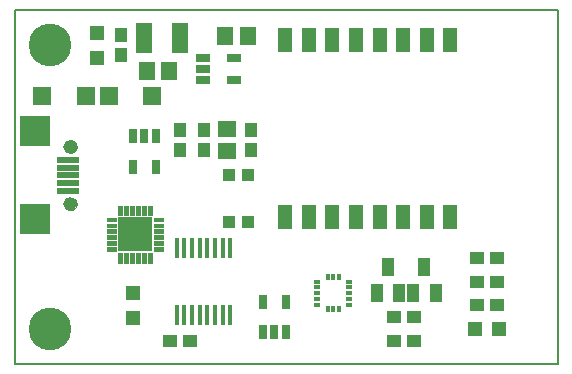
<source format=gts>
G75*
%MOIN*%
%OFA0B0*%
%FSLAX25Y25*%
%IPPOS*%
%LPD*%
%AMOC8*
5,1,8,0,0,1.08239X$1,22.5*
%
%ADD10C,0.00600*%
%ADD11R,0.06306X0.05518*%
%ADD12R,0.05518X0.06306*%
%ADD13R,0.05912X0.05912*%
%ADD14R,0.11419X0.11419*%
%ADD15C,0.00316*%
%ADD16C,0.01261*%
%ADD17R,0.02565X0.05124*%
%ADD18R,0.05124X0.05124*%
%ADD19R,0.04337X0.04731*%
%ADD20R,0.04731X0.04337*%
%ADD21R,0.04337X0.05912*%
%ADD22R,0.02369X0.01384*%
%ADD23R,0.01384X0.02369*%
%ADD24R,0.05124X0.02565*%
%ADD25R,0.05124X0.08274*%
%ADD26R,0.02762X0.05124*%
%ADD27R,0.01778X0.06699*%
%ADD28R,0.07290X0.01975*%
%ADD29R,0.10400X0.10400*%
%ADD30C,0.00000*%
%ADD31C,0.04534*%
%ADD32R,0.04337X0.04337*%
%ADD33C,0.14243*%
%ADD34R,0.05400X0.10400*%
D10*
X0021728Y0020744D02*
X0202831Y0020744D01*
X0202831Y0138854D01*
X0021728Y0138854D01*
X0021728Y0020744D01*
D11*
X0092594Y0091807D03*
X0092594Y0099287D03*
D12*
X0073264Y0118382D03*
X0065783Y0118382D03*
X0091965Y0130193D03*
X0099445Y0130193D03*
D13*
X0067673Y0110193D03*
X0053106Y0110193D03*
X0045429Y0110193D03*
X0030862Y0110193D03*
D14*
X0061885Y0064052D03*
D15*
X0055629Y0064403D02*
X0052395Y0064403D01*
X0052395Y0065667D01*
X0055629Y0065667D01*
X0055629Y0064403D01*
X0055629Y0064718D02*
X0052395Y0064718D01*
X0052395Y0065033D02*
X0055629Y0065033D01*
X0055629Y0065348D02*
X0052395Y0065348D01*
X0052395Y0065663D02*
X0055629Y0065663D01*
X0055629Y0066372D02*
X0052395Y0066372D01*
X0052395Y0067636D01*
X0055629Y0067636D01*
X0055629Y0066372D01*
X0055629Y0066687D02*
X0052395Y0066687D01*
X0052395Y0067002D02*
X0055629Y0067002D01*
X0055629Y0067317D02*
X0052395Y0067317D01*
X0052395Y0067632D02*
X0055629Y0067632D01*
X0055629Y0068340D02*
X0052395Y0068340D01*
X0052395Y0069604D01*
X0055629Y0069604D01*
X0055629Y0068340D01*
X0055629Y0068655D02*
X0052395Y0068655D01*
X0052395Y0068970D02*
X0055629Y0068970D01*
X0055629Y0069285D02*
X0052395Y0069285D01*
X0052395Y0069600D02*
X0055629Y0069600D01*
X0057597Y0070308D02*
X0057597Y0073542D01*
X0057597Y0070308D02*
X0056333Y0070308D01*
X0056333Y0073542D01*
X0057597Y0073542D01*
X0057597Y0070623D02*
X0056333Y0070623D01*
X0056333Y0070938D02*
X0057597Y0070938D01*
X0057597Y0071253D02*
X0056333Y0071253D01*
X0056333Y0071568D02*
X0057597Y0071568D01*
X0057597Y0071883D02*
X0056333Y0071883D01*
X0056333Y0072198D02*
X0057597Y0072198D01*
X0057597Y0072513D02*
X0056333Y0072513D01*
X0056333Y0072828D02*
X0057597Y0072828D01*
X0057597Y0073143D02*
X0056333Y0073143D01*
X0056333Y0073458D02*
X0057597Y0073458D01*
X0059565Y0073542D02*
X0059565Y0070308D01*
X0058301Y0070308D01*
X0058301Y0073542D01*
X0059565Y0073542D01*
X0059565Y0070623D02*
X0058301Y0070623D01*
X0058301Y0070938D02*
X0059565Y0070938D01*
X0059565Y0071253D02*
X0058301Y0071253D01*
X0058301Y0071568D02*
X0059565Y0071568D01*
X0059565Y0071883D02*
X0058301Y0071883D01*
X0058301Y0072198D02*
X0059565Y0072198D01*
X0059565Y0072513D02*
X0058301Y0072513D01*
X0058301Y0072828D02*
X0059565Y0072828D01*
X0059565Y0073143D02*
X0058301Y0073143D01*
X0058301Y0073458D02*
X0059565Y0073458D01*
X0061534Y0073542D02*
X0061534Y0070308D01*
X0060270Y0070308D01*
X0060270Y0073542D01*
X0061534Y0073542D01*
X0061534Y0070623D02*
X0060270Y0070623D01*
X0060270Y0070938D02*
X0061534Y0070938D01*
X0061534Y0071253D02*
X0060270Y0071253D01*
X0060270Y0071568D02*
X0061534Y0071568D01*
X0061534Y0071883D02*
X0060270Y0071883D01*
X0060270Y0072198D02*
X0061534Y0072198D01*
X0061534Y0072513D02*
X0060270Y0072513D01*
X0060270Y0072828D02*
X0061534Y0072828D01*
X0061534Y0073143D02*
X0060270Y0073143D01*
X0060270Y0073458D02*
X0061534Y0073458D01*
X0063502Y0073542D02*
X0063502Y0070308D01*
X0062238Y0070308D01*
X0062238Y0073542D01*
X0063502Y0073542D01*
X0063502Y0070623D02*
X0062238Y0070623D01*
X0062238Y0070938D02*
X0063502Y0070938D01*
X0063502Y0071253D02*
X0062238Y0071253D01*
X0062238Y0071568D02*
X0063502Y0071568D01*
X0063502Y0071883D02*
X0062238Y0071883D01*
X0062238Y0072198D02*
X0063502Y0072198D01*
X0063502Y0072513D02*
X0062238Y0072513D01*
X0062238Y0072828D02*
X0063502Y0072828D01*
X0063502Y0073143D02*
X0062238Y0073143D01*
X0062238Y0073458D02*
X0063502Y0073458D01*
X0065471Y0073542D02*
X0065471Y0070308D01*
X0064207Y0070308D01*
X0064207Y0073542D01*
X0065471Y0073542D01*
X0065471Y0070623D02*
X0064207Y0070623D01*
X0064207Y0070938D02*
X0065471Y0070938D01*
X0065471Y0071253D02*
X0064207Y0071253D01*
X0064207Y0071568D02*
X0065471Y0071568D01*
X0065471Y0071883D02*
X0064207Y0071883D01*
X0064207Y0072198D02*
X0065471Y0072198D01*
X0065471Y0072513D02*
X0064207Y0072513D01*
X0064207Y0072828D02*
X0065471Y0072828D01*
X0065471Y0073143D02*
X0064207Y0073143D01*
X0064207Y0073458D02*
X0065471Y0073458D01*
X0067439Y0073542D02*
X0067439Y0070308D01*
X0066175Y0070308D01*
X0066175Y0073542D01*
X0067439Y0073542D01*
X0067439Y0070623D02*
X0066175Y0070623D01*
X0066175Y0070938D02*
X0067439Y0070938D01*
X0067439Y0071253D02*
X0066175Y0071253D01*
X0066175Y0071568D02*
X0067439Y0071568D01*
X0067439Y0071883D02*
X0066175Y0071883D01*
X0066175Y0072198D02*
X0067439Y0072198D01*
X0067439Y0072513D02*
X0066175Y0072513D01*
X0066175Y0072828D02*
X0067439Y0072828D01*
X0067439Y0073143D02*
X0066175Y0073143D01*
X0066175Y0073458D02*
X0067439Y0073458D01*
X0068143Y0069604D02*
X0071377Y0069604D01*
X0071377Y0068340D01*
X0068143Y0068340D01*
X0068143Y0069604D01*
X0068143Y0068655D02*
X0071377Y0068655D01*
X0071377Y0068970D02*
X0068143Y0068970D01*
X0068143Y0069285D02*
X0071377Y0069285D01*
X0071377Y0069600D02*
X0068143Y0069600D01*
X0068143Y0067636D02*
X0071377Y0067636D01*
X0071377Y0066372D01*
X0068143Y0066372D01*
X0068143Y0067636D01*
X0068143Y0066687D02*
X0071377Y0066687D01*
X0071377Y0067002D02*
X0068143Y0067002D01*
X0068143Y0067317D02*
X0071377Y0067317D01*
X0071377Y0067632D02*
X0068143Y0067632D01*
X0068143Y0065667D02*
X0071377Y0065667D01*
X0071377Y0064403D01*
X0068143Y0064403D01*
X0068143Y0065667D01*
X0068143Y0064718D02*
X0071377Y0064718D01*
X0071377Y0065033D02*
X0068143Y0065033D01*
X0068143Y0065348D02*
X0071377Y0065348D01*
X0071377Y0065663D02*
X0068143Y0065663D01*
X0068143Y0063699D02*
X0071377Y0063699D01*
X0071377Y0062435D01*
X0068143Y0062435D01*
X0068143Y0063699D01*
X0068143Y0062750D02*
X0071377Y0062750D01*
X0071377Y0063065D02*
X0068143Y0063065D01*
X0068143Y0063380D02*
X0071377Y0063380D01*
X0071377Y0063695D02*
X0068143Y0063695D01*
X0068143Y0061730D02*
X0071377Y0061730D01*
X0071377Y0060466D01*
X0068143Y0060466D01*
X0068143Y0061730D01*
X0068143Y0060781D02*
X0071377Y0060781D01*
X0071377Y0061096D02*
X0068143Y0061096D01*
X0068143Y0061411D02*
X0071377Y0061411D01*
X0071377Y0061726D02*
X0068143Y0061726D01*
X0068143Y0059762D02*
X0071377Y0059762D01*
X0071377Y0058498D01*
X0068143Y0058498D01*
X0068143Y0059762D01*
X0068143Y0058813D02*
X0071377Y0058813D01*
X0071377Y0059128D02*
X0068143Y0059128D01*
X0068143Y0059443D02*
X0071377Y0059443D01*
X0071377Y0059758D02*
X0068143Y0059758D01*
X0066175Y0057794D02*
X0066175Y0054560D01*
X0066175Y0057794D02*
X0067439Y0057794D01*
X0067439Y0054560D01*
X0066175Y0054560D01*
X0066175Y0054875D02*
X0067439Y0054875D01*
X0067439Y0055190D02*
X0066175Y0055190D01*
X0066175Y0055505D02*
X0067439Y0055505D01*
X0067439Y0055820D02*
X0066175Y0055820D01*
X0066175Y0056135D02*
X0067439Y0056135D01*
X0067439Y0056450D02*
X0066175Y0056450D01*
X0066175Y0056765D02*
X0067439Y0056765D01*
X0067439Y0057080D02*
X0066175Y0057080D01*
X0066175Y0057395D02*
X0067439Y0057395D01*
X0067439Y0057710D02*
X0066175Y0057710D01*
X0064207Y0057794D02*
X0064207Y0054560D01*
X0064207Y0057794D02*
X0065471Y0057794D01*
X0065471Y0054560D01*
X0064207Y0054560D01*
X0064207Y0054875D02*
X0065471Y0054875D01*
X0065471Y0055190D02*
X0064207Y0055190D01*
X0064207Y0055505D02*
X0065471Y0055505D01*
X0065471Y0055820D02*
X0064207Y0055820D01*
X0064207Y0056135D02*
X0065471Y0056135D01*
X0065471Y0056450D02*
X0064207Y0056450D01*
X0064207Y0056765D02*
X0065471Y0056765D01*
X0065471Y0057080D02*
X0064207Y0057080D01*
X0064207Y0057395D02*
X0065471Y0057395D01*
X0065471Y0057710D02*
X0064207Y0057710D01*
X0062238Y0057794D02*
X0062238Y0054560D01*
X0062238Y0057794D02*
X0063502Y0057794D01*
X0063502Y0054560D01*
X0062238Y0054560D01*
X0062238Y0054875D02*
X0063502Y0054875D01*
X0063502Y0055190D02*
X0062238Y0055190D01*
X0062238Y0055505D02*
X0063502Y0055505D01*
X0063502Y0055820D02*
X0062238Y0055820D01*
X0062238Y0056135D02*
X0063502Y0056135D01*
X0063502Y0056450D02*
X0062238Y0056450D01*
X0062238Y0056765D02*
X0063502Y0056765D01*
X0063502Y0057080D02*
X0062238Y0057080D01*
X0062238Y0057395D02*
X0063502Y0057395D01*
X0063502Y0057710D02*
X0062238Y0057710D01*
X0060270Y0057794D02*
X0060270Y0054560D01*
X0060270Y0057794D02*
X0061534Y0057794D01*
X0061534Y0054560D01*
X0060270Y0054560D01*
X0060270Y0054875D02*
X0061534Y0054875D01*
X0061534Y0055190D02*
X0060270Y0055190D01*
X0060270Y0055505D02*
X0061534Y0055505D01*
X0061534Y0055820D02*
X0060270Y0055820D01*
X0060270Y0056135D02*
X0061534Y0056135D01*
X0061534Y0056450D02*
X0060270Y0056450D01*
X0060270Y0056765D02*
X0061534Y0056765D01*
X0061534Y0057080D02*
X0060270Y0057080D01*
X0060270Y0057395D02*
X0061534Y0057395D01*
X0061534Y0057710D02*
X0060270Y0057710D01*
X0058301Y0057794D02*
X0058301Y0054560D01*
X0058301Y0057794D02*
X0059565Y0057794D01*
X0059565Y0054560D01*
X0058301Y0054560D01*
X0058301Y0054875D02*
X0059565Y0054875D01*
X0059565Y0055190D02*
X0058301Y0055190D01*
X0058301Y0055505D02*
X0059565Y0055505D01*
X0059565Y0055820D02*
X0058301Y0055820D01*
X0058301Y0056135D02*
X0059565Y0056135D01*
X0059565Y0056450D02*
X0058301Y0056450D01*
X0058301Y0056765D02*
X0059565Y0056765D01*
X0059565Y0057080D02*
X0058301Y0057080D01*
X0058301Y0057395D02*
X0059565Y0057395D01*
X0059565Y0057710D02*
X0058301Y0057710D01*
X0056333Y0057794D02*
X0056333Y0054560D01*
X0056333Y0057794D02*
X0057597Y0057794D01*
X0057597Y0054560D01*
X0056333Y0054560D01*
X0056333Y0054875D02*
X0057597Y0054875D01*
X0057597Y0055190D02*
X0056333Y0055190D01*
X0056333Y0055505D02*
X0057597Y0055505D01*
X0057597Y0055820D02*
X0056333Y0055820D01*
X0056333Y0056135D02*
X0057597Y0056135D01*
X0057597Y0056450D02*
X0056333Y0056450D01*
X0056333Y0056765D02*
X0057597Y0056765D01*
X0057597Y0057080D02*
X0056333Y0057080D01*
X0056333Y0057395D02*
X0057597Y0057395D01*
X0057597Y0057710D02*
X0056333Y0057710D01*
X0055629Y0058498D02*
X0052395Y0058498D01*
X0052395Y0059762D01*
X0055629Y0059762D01*
X0055629Y0058498D01*
X0055629Y0058813D02*
X0052395Y0058813D01*
X0052395Y0059128D02*
X0055629Y0059128D01*
X0055629Y0059443D02*
X0052395Y0059443D01*
X0052395Y0059758D02*
X0055629Y0059758D01*
X0055629Y0060466D02*
X0052395Y0060466D01*
X0052395Y0061730D01*
X0055629Y0061730D01*
X0055629Y0060466D01*
X0055629Y0060781D02*
X0052395Y0060781D01*
X0052395Y0061096D02*
X0055629Y0061096D01*
X0055629Y0061411D02*
X0052395Y0061411D01*
X0052395Y0061726D02*
X0055629Y0061726D01*
X0055629Y0062435D02*
X0052395Y0062435D01*
X0052395Y0063699D01*
X0055629Y0063699D01*
X0055629Y0062435D01*
X0055629Y0062750D02*
X0052395Y0062750D01*
X0052395Y0063065D02*
X0055629Y0063065D01*
X0055629Y0063380D02*
X0052395Y0063380D01*
X0052395Y0063695D02*
X0055629Y0063695D01*
D16*
X0059363Y0061528D02*
X0059363Y0066574D01*
X0064409Y0066574D01*
X0064409Y0061528D01*
X0059363Y0061528D01*
X0059363Y0062788D02*
X0064409Y0062788D01*
X0064409Y0064048D02*
X0059363Y0064048D01*
X0059363Y0065308D02*
X0064409Y0065308D01*
X0064409Y0066568D02*
X0059363Y0066568D01*
D17*
X0061295Y0086492D03*
X0068776Y0086492D03*
X0068776Y0096728D03*
X0065035Y0096728D03*
X0061295Y0096728D03*
D18*
X0049287Y0122909D03*
X0049287Y0131177D03*
X0061098Y0044563D03*
X0061098Y0036295D03*
X0175075Y0032555D03*
X0183343Y0032555D03*
D19*
X0100469Y0092201D03*
X0100469Y0098894D03*
X0084720Y0098894D03*
X0076846Y0098894D03*
X0076846Y0092201D03*
X0084720Y0092201D03*
X0057161Y0123697D03*
X0057161Y0130390D03*
D20*
X0175862Y0056177D03*
X0182555Y0056177D03*
X0182555Y0048303D03*
X0175862Y0048303D03*
X0175862Y0040429D03*
X0182555Y0040429D03*
X0154996Y0036492D03*
X0148303Y0036492D03*
X0148303Y0028618D03*
X0154996Y0028618D03*
X0080193Y0028618D03*
X0073500Y0028618D03*
D21*
X0142516Y0044366D03*
X0149996Y0044366D03*
X0154642Y0044366D03*
X0162122Y0044366D03*
X0158382Y0053028D03*
X0146256Y0053028D03*
D22*
X0133343Y0048303D03*
X0133343Y0046335D03*
X0133343Y0044366D03*
X0133343Y0042398D03*
X0133343Y0040429D03*
X0122713Y0040429D03*
X0122713Y0042398D03*
X0122713Y0044366D03*
X0122713Y0046335D03*
X0122713Y0048303D03*
D23*
X0126059Y0049681D03*
X0128028Y0049681D03*
X0129996Y0049681D03*
X0129996Y0039051D03*
X0128028Y0039051D03*
X0126059Y0039051D03*
D24*
X0094760Y0115390D03*
X0094760Y0122870D03*
X0084523Y0122870D03*
X0084523Y0119130D03*
X0084523Y0115390D03*
D25*
X0111925Y0128894D03*
X0119799Y0128894D03*
X0127673Y0128894D03*
X0135547Y0128894D03*
X0143421Y0128894D03*
X0151295Y0128894D03*
X0159169Y0128894D03*
X0167043Y0128894D03*
X0167043Y0069839D03*
X0159169Y0069839D03*
X0151295Y0069839D03*
X0143421Y0069839D03*
X0135547Y0069839D03*
X0127673Y0069839D03*
X0119799Y0069839D03*
X0111925Y0069839D03*
D26*
X0112083Y0041634D03*
X0104602Y0041634D03*
X0104602Y0031350D03*
X0108343Y0031350D03*
X0112083Y0031350D03*
D27*
X0093677Y0037280D03*
X0091118Y0037280D03*
X0088559Y0037280D03*
X0086000Y0037280D03*
X0083441Y0037280D03*
X0080882Y0037280D03*
X0078323Y0037280D03*
X0075764Y0037280D03*
X0075764Y0059327D03*
X0078323Y0059327D03*
X0080882Y0059327D03*
X0083441Y0059327D03*
X0086000Y0059327D03*
X0088559Y0059327D03*
X0091118Y0059327D03*
X0093677Y0059327D03*
D28*
X0039543Y0078618D03*
X0039543Y0081177D03*
X0039543Y0083736D03*
X0039543Y0086295D03*
X0039543Y0088854D03*
D29*
X0028421Y0098402D03*
X0028421Y0069071D03*
D30*
X0038283Y0074189D02*
X0038285Y0074280D01*
X0038291Y0074370D01*
X0038301Y0074461D01*
X0038315Y0074550D01*
X0038333Y0074639D01*
X0038354Y0074728D01*
X0038380Y0074815D01*
X0038409Y0074901D01*
X0038443Y0074985D01*
X0038479Y0075068D01*
X0038520Y0075150D01*
X0038564Y0075229D01*
X0038611Y0075307D01*
X0038662Y0075382D01*
X0038716Y0075455D01*
X0038773Y0075525D01*
X0038833Y0075593D01*
X0038896Y0075659D01*
X0038962Y0075721D01*
X0039031Y0075780D01*
X0039102Y0075837D01*
X0039176Y0075890D01*
X0039252Y0075940D01*
X0039330Y0075987D01*
X0039410Y0076030D01*
X0039491Y0076069D01*
X0039575Y0076105D01*
X0039660Y0076137D01*
X0039746Y0076166D01*
X0039833Y0076190D01*
X0039922Y0076211D01*
X0040011Y0076228D01*
X0040101Y0076241D01*
X0040191Y0076250D01*
X0040282Y0076255D01*
X0040373Y0076256D01*
X0040463Y0076253D01*
X0040554Y0076246D01*
X0040644Y0076235D01*
X0040734Y0076220D01*
X0040823Y0076201D01*
X0040911Y0076179D01*
X0040997Y0076152D01*
X0041083Y0076122D01*
X0041167Y0076088D01*
X0041250Y0076050D01*
X0041331Y0076009D01*
X0041410Y0075964D01*
X0041487Y0075915D01*
X0041561Y0075864D01*
X0041634Y0075809D01*
X0041704Y0075751D01*
X0041771Y0075690D01*
X0041835Y0075626D01*
X0041897Y0075560D01*
X0041956Y0075490D01*
X0042011Y0075419D01*
X0042064Y0075344D01*
X0042113Y0075268D01*
X0042159Y0075190D01*
X0042201Y0075109D01*
X0042240Y0075027D01*
X0042275Y0074943D01*
X0042306Y0074858D01*
X0042333Y0074771D01*
X0042357Y0074684D01*
X0042377Y0074595D01*
X0042393Y0074506D01*
X0042405Y0074416D01*
X0042413Y0074325D01*
X0042417Y0074234D01*
X0042417Y0074144D01*
X0042413Y0074053D01*
X0042405Y0073962D01*
X0042393Y0073872D01*
X0042377Y0073783D01*
X0042357Y0073694D01*
X0042333Y0073607D01*
X0042306Y0073520D01*
X0042275Y0073435D01*
X0042240Y0073351D01*
X0042201Y0073269D01*
X0042159Y0073188D01*
X0042113Y0073110D01*
X0042064Y0073034D01*
X0042011Y0072959D01*
X0041956Y0072888D01*
X0041897Y0072818D01*
X0041835Y0072752D01*
X0041771Y0072688D01*
X0041704Y0072627D01*
X0041634Y0072569D01*
X0041561Y0072514D01*
X0041487Y0072463D01*
X0041410Y0072414D01*
X0041331Y0072369D01*
X0041250Y0072328D01*
X0041167Y0072290D01*
X0041083Y0072256D01*
X0040997Y0072226D01*
X0040911Y0072199D01*
X0040823Y0072177D01*
X0040734Y0072158D01*
X0040644Y0072143D01*
X0040554Y0072132D01*
X0040463Y0072125D01*
X0040373Y0072122D01*
X0040282Y0072123D01*
X0040191Y0072128D01*
X0040101Y0072137D01*
X0040011Y0072150D01*
X0039922Y0072167D01*
X0039833Y0072188D01*
X0039746Y0072212D01*
X0039660Y0072241D01*
X0039575Y0072273D01*
X0039491Y0072309D01*
X0039410Y0072348D01*
X0039330Y0072391D01*
X0039252Y0072438D01*
X0039176Y0072488D01*
X0039102Y0072541D01*
X0039031Y0072598D01*
X0038962Y0072657D01*
X0038896Y0072719D01*
X0038833Y0072785D01*
X0038773Y0072853D01*
X0038716Y0072923D01*
X0038662Y0072996D01*
X0038611Y0073071D01*
X0038564Y0073149D01*
X0038520Y0073228D01*
X0038479Y0073310D01*
X0038443Y0073393D01*
X0038409Y0073477D01*
X0038380Y0073563D01*
X0038354Y0073650D01*
X0038333Y0073739D01*
X0038315Y0073828D01*
X0038301Y0073917D01*
X0038291Y0074008D01*
X0038285Y0074098D01*
X0038283Y0074189D01*
X0038283Y0093283D02*
X0038285Y0093374D01*
X0038291Y0093464D01*
X0038301Y0093555D01*
X0038315Y0093644D01*
X0038333Y0093733D01*
X0038354Y0093822D01*
X0038380Y0093909D01*
X0038409Y0093995D01*
X0038443Y0094079D01*
X0038479Y0094162D01*
X0038520Y0094244D01*
X0038564Y0094323D01*
X0038611Y0094401D01*
X0038662Y0094476D01*
X0038716Y0094549D01*
X0038773Y0094619D01*
X0038833Y0094687D01*
X0038896Y0094753D01*
X0038962Y0094815D01*
X0039031Y0094874D01*
X0039102Y0094931D01*
X0039176Y0094984D01*
X0039252Y0095034D01*
X0039330Y0095081D01*
X0039410Y0095124D01*
X0039491Y0095163D01*
X0039575Y0095199D01*
X0039660Y0095231D01*
X0039746Y0095260D01*
X0039833Y0095284D01*
X0039922Y0095305D01*
X0040011Y0095322D01*
X0040101Y0095335D01*
X0040191Y0095344D01*
X0040282Y0095349D01*
X0040373Y0095350D01*
X0040463Y0095347D01*
X0040554Y0095340D01*
X0040644Y0095329D01*
X0040734Y0095314D01*
X0040823Y0095295D01*
X0040911Y0095273D01*
X0040997Y0095246D01*
X0041083Y0095216D01*
X0041167Y0095182D01*
X0041250Y0095144D01*
X0041331Y0095103D01*
X0041410Y0095058D01*
X0041487Y0095009D01*
X0041561Y0094958D01*
X0041634Y0094903D01*
X0041704Y0094845D01*
X0041771Y0094784D01*
X0041835Y0094720D01*
X0041897Y0094654D01*
X0041956Y0094584D01*
X0042011Y0094513D01*
X0042064Y0094438D01*
X0042113Y0094362D01*
X0042159Y0094284D01*
X0042201Y0094203D01*
X0042240Y0094121D01*
X0042275Y0094037D01*
X0042306Y0093952D01*
X0042333Y0093865D01*
X0042357Y0093778D01*
X0042377Y0093689D01*
X0042393Y0093600D01*
X0042405Y0093510D01*
X0042413Y0093419D01*
X0042417Y0093328D01*
X0042417Y0093238D01*
X0042413Y0093147D01*
X0042405Y0093056D01*
X0042393Y0092966D01*
X0042377Y0092877D01*
X0042357Y0092788D01*
X0042333Y0092701D01*
X0042306Y0092614D01*
X0042275Y0092529D01*
X0042240Y0092445D01*
X0042201Y0092363D01*
X0042159Y0092282D01*
X0042113Y0092204D01*
X0042064Y0092128D01*
X0042011Y0092053D01*
X0041956Y0091982D01*
X0041897Y0091912D01*
X0041835Y0091846D01*
X0041771Y0091782D01*
X0041704Y0091721D01*
X0041634Y0091663D01*
X0041561Y0091608D01*
X0041487Y0091557D01*
X0041410Y0091508D01*
X0041331Y0091463D01*
X0041250Y0091422D01*
X0041167Y0091384D01*
X0041083Y0091350D01*
X0040997Y0091320D01*
X0040911Y0091293D01*
X0040823Y0091271D01*
X0040734Y0091252D01*
X0040644Y0091237D01*
X0040554Y0091226D01*
X0040463Y0091219D01*
X0040373Y0091216D01*
X0040282Y0091217D01*
X0040191Y0091222D01*
X0040101Y0091231D01*
X0040011Y0091244D01*
X0039922Y0091261D01*
X0039833Y0091282D01*
X0039746Y0091306D01*
X0039660Y0091335D01*
X0039575Y0091367D01*
X0039491Y0091403D01*
X0039410Y0091442D01*
X0039330Y0091485D01*
X0039252Y0091532D01*
X0039176Y0091582D01*
X0039102Y0091635D01*
X0039031Y0091692D01*
X0038962Y0091751D01*
X0038896Y0091813D01*
X0038833Y0091879D01*
X0038773Y0091947D01*
X0038716Y0092017D01*
X0038662Y0092090D01*
X0038611Y0092165D01*
X0038564Y0092243D01*
X0038520Y0092322D01*
X0038479Y0092404D01*
X0038443Y0092487D01*
X0038409Y0092571D01*
X0038380Y0092657D01*
X0038354Y0092744D01*
X0038333Y0092833D01*
X0038315Y0092922D01*
X0038301Y0093011D01*
X0038291Y0093102D01*
X0038285Y0093192D01*
X0038283Y0093283D01*
D31*
X0040350Y0093283D03*
X0040350Y0074189D03*
D32*
X0093382Y0067988D03*
X0099681Y0067988D03*
X0099681Y0083736D03*
X0093382Y0083736D03*
D33*
X0033539Y0127043D03*
X0033539Y0032555D03*
D34*
X0065035Y0129406D03*
X0076846Y0129406D03*
M02*

</source>
